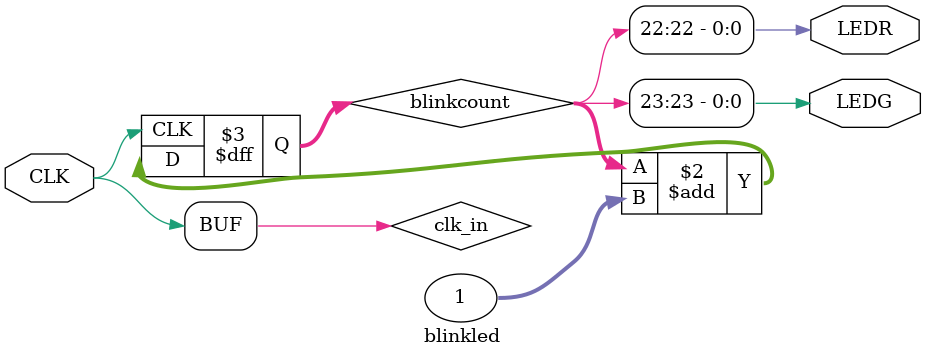
<source format=v>
module blinkled(
input CLK,
output LEDR,
output LEDG);

// Internal Variable
reg[31:0]blinkcount;

// Internal signals
wire clk_in;
wire reset_in;

assign clk_in = CLK;
assign LEDR = blinkcount[22];
assign LEDG = blinkcount[23];

always @(posedge clk_in)
begin 
    blinkcount <= blinkcount + 1;
end
endmodule

</source>
